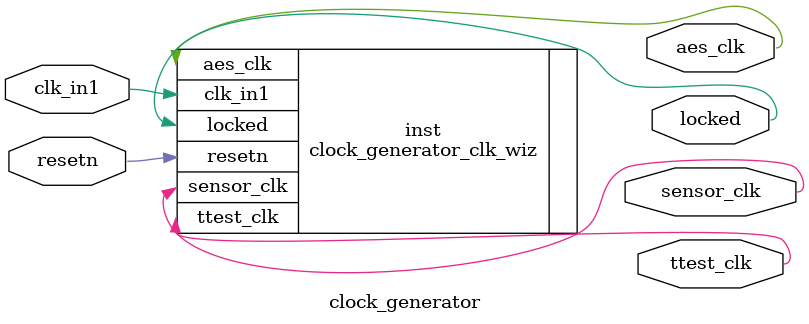
<source format=v>


`timescale 1ps/1ps

(* CORE_GENERATION_INFO = "clock_generator,clk_wiz_v6_0_2_0_0,{component_name=clock_generator,use_phase_alignment=true,use_min_o_jitter=false,use_max_i_jitter=false,use_dyn_phase_shift=false,use_inclk_switchover=false,use_dyn_reconfig=false,enable_axi=0,feedback_source=FDBK_AUTO,PRIMITIVE=MMCM,num_out_clk=3,clkin1_period=10.000,clkin2_period=10.000,use_power_down=false,use_reset=true,use_locked=true,use_inclk_stopped=false,feedback_type=SINGLE,CLOCK_MGR_TYPE=NA,manual_override=true}" *)

module clock_generator 
 (
  // Clock out ports
  output        aes_clk,
  output        sensor_clk,
  output        ttest_clk,
  // Status and control signals
  input         resetn,
  output        locked,
 // Clock in ports
  input         clk_in1
 );

  clock_generator_clk_wiz inst
  (
  // Clock out ports  
  .aes_clk(aes_clk),
  .sensor_clk(sensor_clk),
  .ttest_clk(ttest_clk),
  // Status and control signals               
  .resetn(resetn), 
  .locked(locked),
 // Clock in ports
  .clk_in1(clk_in1)
  );

endmodule

</source>
